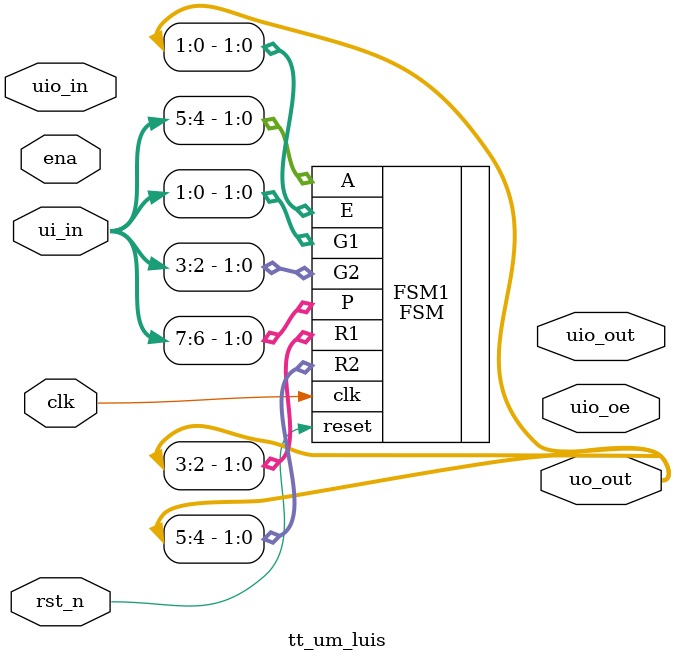
<source format=sv>


module tt_um_luis(
        input logic clk,
        input logic rst_n,
        input logic ena,
        input logic [7:0] ui_in,
        input logic [7:0] uio_in,
        output logic [7:0] uo_out,
        output logic [7:0] uio_out,
        output logic [7:0] uio_oe
    );
    
        FSM FSM1(.clk(clk),.reset(rst_n),
                 .G1(ui_in[1:0]),.G2(ui_in[3:2]),.A(ui_in[5:4]),.P(ui_in[7:6]),
                 .E(uo_out[1:0]),.R1(uo_out[3:2]),.R2(uo_out[5:4])
             );
endmodule

</source>
